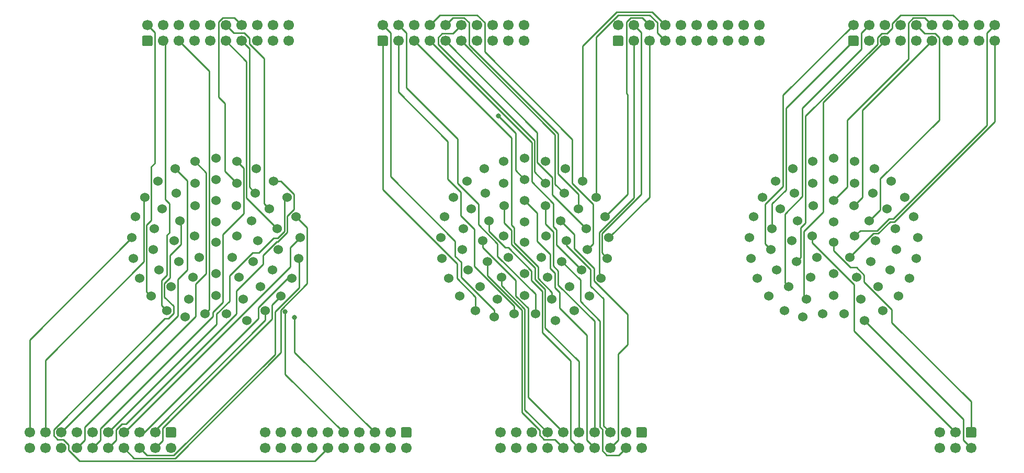
<source format=gbr>
G04 #@! TF.GenerationSoftware,KiCad,Pcbnew,(5.1.6)-1*
G04 #@! TF.CreationDate,2020-08-15T15:38:21+01:00*
G04 #@! TF.ProjectId,Sockets,536f636b-6574-4732-9e6b-696361645f70,rev?*
G04 #@! TF.SameCoordinates,Original*
G04 #@! TF.FileFunction,Copper,L2,Inr*
G04 #@! TF.FilePolarity,Positive*
%FSLAX46Y46*%
G04 Gerber Fmt 4.6, Leading zero omitted, Abs format (unit mm)*
G04 Created by KiCad (PCBNEW (5.1.6)-1) date 2020-08-15 15:38:21*
%MOMM*%
%LPD*%
G01*
G04 APERTURE LIST*
G04 #@! TA.AperFunction,ViaPad*
%ADD10C,1.524000*%
G04 #@! TD*
G04 #@! TA.AperFunction,ViaPad*
%ADD11C,1.700000*%
G04 #@! TD*
G04 #@! TA.AperFunction,ViaPad*
%ADD12C,0.800000*%
G04 #@! TD*
G04 #@! TA.AperFunction,Conductor*
%ADD13C,0.250000*%
G04 #@! TD*
G04 APERTURE END LIST*
D10*
X146670000Y-94080000D03*
X143980000Y-103100000D03*
X144210000Y-96470000D03*
X143220000Y-99750000D03*
X146270000Y-105660000D03*
X150000000Y-105080000D03*
X152670000Y-102390000D03*
X147330000Y-102390000D03*
X146570000Y-98960000D03*
X150000000Y-96650000D03*
X153430000Y-98960000D03*
X142760000Y-107190000D03*
X150000000Y-108590000D03*
X153730000Y-105660000D03*
X139870000Y-101170000D03*
X140040000Y-97760000D03*
X140810000Y-104450000D03*
X145610000Y-109220000D03*
X156020000Y-103100000D03*
X156780000Y-99750000D03*
X155790000Y-96470000D03*
X150000000Y-93220000D03*
X153330000Y-94080000D03*
X159960000Y-97760000D03*
X158660000Y-94590000D03*
X156380000Y-92020000D03*
X150000000Y-89790000D03*
X153380000Y-90370000D03*
X146620000Y-90370000D03*
X143620000Y-92020000D03*
X141340000Y-94590000D03*
X160130000Y-101170000D03*
X143420000Y-88060000D03*
X146600000Y-86820000D03*
X137020000Y-95830000D03*
X140650000Y-90070000D03*
X136390000Y-99240000D03*
X138470000Y-92710000D03*
X136610000Y-102570000D03*
X148270000Y-111530000D03*
X139510000Y-108710000D03*
X142020000Y-111050000D03*
X145020000Y-112100000D03*
X151730000Y-111530000D03*
X154390000Y-109220000D03*
X157240000Y-107190000D03*
X159190000Y-104450000D03*
X137680000Y-105840000D03*
X150000000Y-86360000D03*
X153400000Y-86820000D03*
X156580000Y-88060000D03*
X161530000Y-92710000D03*
X162980000Y-95830000D03*
X159350000Y-90070000D03*
X163610000Y-99240000D03*
X163390000Y-102570000D03*
X162320000Y-105840000D03*
X160490000Y-108710000D03*
X157980000Y-111050000D03*
X154980000Y-112700000D03*
X150000000Y-100000000D03*
X96670000Y-94080000D03*
X93980000Y-103100000D03*
X94210000Y-96470000D03*
X93220000Y-99750000D03*
X96270000Y-105660000D03*
X100000000Y-105080000D03*
X102670000Y-102390000D03*
X97330000Y-102390000D03*
X96570000Y-98960000D03*
X100000000Y-96650000D03*
X103430000Y-98960000D03*
X92760000Y-107190000D03*
X100000000Y-108590000D03*
X103730000Y-105660000D03*
X89870000Y-101170000D03*
X90040000Y-97760000D03*
X90810000Y-104450000D03*
X95610000Y-109220000D03*
X106020000Y-103100000D03*
X106780000Y-99750000D03*
X105790000Y-96470000D03*
X100000000Y-93220000D03*
X103330000Y-94080000D03*
X109960000Y-97760000D03*
X108660000Y-94590000D03*
X106380000Y-92020000D03*
X100000000Y-89790000D03*
X103380000Y-90370000D03*
X96620000Y-90370000D03*
X93620000Y-92020000D03*
X91340000Y-94590000D03*
X110130000Y-101170000D03*
X93420000Y-88060000D03*
X96600000Y-86820000D03*
X87020000Y-95830000D03*
X90650000Y-90070000D03*
X86390000Y-99240000D03*
X88470000Y-92710000D03*
X86610000Y-102570000D03*
X98270000Y-111530000D03*
X89510000Y-108710000D03*
X92020000Y-111050000D03*
X95020000Y-112100000D03*
X101730000Y-111530000D03*
X104390000Y-109220000D03*
X107240000Y-107190000D03*
X109190000Y-104450000D03*
X87680000Y-105840000D03*
X100000000Y-86360000D03*
X103400000Y-86820000D03*
X106580000Y-88060000D03*
X111530000Y-92710000D03*
X112980000Y-95830000D03*
X109350000Y-90070000D03*
X113610000Y-99240000D03*
X113390000Y-102570000D03*
X112320000Y-105840000D03*
X110490000Y-108710000D03*
X107980000Y-111050000D03*
X104980000Y-112700000D03*
X100000000Y-100000000D03*
X196670000Y-94080000D03*
X193980000Y-103100000D03*
X194210000Y-96470000D03*
X193220000Y-99750000D03*
X196270000Y-105660000D03*
X200000000Y-105080000D03*
X202670000Y-102390000D03*
X197330000Y-102390000D03*
X196570000Y-98960000D03*
X200000000Y-96650000D03*
X203430000Y-98960000D03*
X192760000Y-107190000D03*
X200000000Y-108590000D03*
X203730000Y-105660000D03*
X189870000Y-101170000D03*
X190040000Y-97760000D03*
X190810000Y-104450000D03*
X195610000Y-109220000D03*
X206020000Y-103100000D03*
X206780000Y-99750000D03*
X205790000Y-96470000D03*
X200000000Y-93220000D03*
X203330000Y-94080000D03*
X209960000Y-97760000D03*
X208660000Y-94590000D03*
X206380000Y-92020000D03*
X200000000Y-89790000D03*
X203380000Y-90370000D03*
X196620000Y-90370000D03*
X193620000Y-92020000D03*
X191340000Y-94590000D03*
X210130000Y-101170000D03*
X193420000Y-88060000D03*
X196600000Y-86820000D03*
X187020000Y-95830000D03*
X190650000Y-90070000D03*
X186390000Y-99240000D03*
X188470000Y-92710000D03*
X186610000Y-102570000D03*
X198270000Y-111530000D03*
X189510000Y-108710000D03*
X192020000Y-111050000D03*
X195020000Y-112100000D03*
X201730000Y-111530000D03*
X204390000Y-109220000D03*
X207240000Y-107190000D03*
X209190000Y-104450000D03*
X187680000Y-105840000D03*
X200000000Y-86360000D03*
X203400000Y-86820000D03*
X206580000Y-88060000D03*
X211530000Y-92710000D03*
X212980000Y-95830000D03*
X209350000Y-90070000D03*
X213610000Y-99240000D03*
X213390000Y-102570000D03*
X212320000Y-105840000D03*
X210490000Y-108710000D03*
X207980000Y-111050000D03*
X204980000Y-112700000D03*
X200000000Y-100000000D03*
G04 #@! TA.AperFunction,ViaPad*
G36*
G01*
X92110000Y-129960000D02*
X93310000Y-129960000D01*
G75*
G02*
X93560000Y-130210000I0J-250000D01*
G01*
X93560000Y-131410000D01*
G75*
G02*
X93310000Y-131660000I-250000J0D01*
G01*
X92110000Y-131660000D01*
G75*
G02*
X91860000Y-131410000I0J250000D01*
G01*
X91860000Y-130210000D01*
G75*
G02*
X92110000Y-129960000I250000J0D01*
G01*
G37*
G04 #@! TD.AperFunction*
D11*
X90170000Y-130810000D03*
X87630000Y-130810000D03*
X85090000Y-130810000D03*
X82550000Y-130810000D03*
X80010000Y-130810000D03*
X77470000Y-130810000D03*
X74930000Y-130810000D03*
X72390000Y-130810000D03*
X69850000Y-130810000D03*
X92710000Y-133350000D03*
X90170000Y-133350000D03*
X87630000Y-133350000D03*
X85090000Y-133350000D03*
X82550000Y-133350000D03*
X80010000Y-133350000D03*
X77470000Y-133350000D03*
X74930000Y-133350000D03*
X72390000Y-133350000D03*
X69850000Y-133350000D03*
G04 #@! TA.AperFunction,ViaPad*
G36*
G01*
X89500000Y-68160000D02*
X88300000Y-68160000D01*
G75*
G02*
X88050000Y-67910000I0J250000D01*
G01*
X88050000Y-66710000D01*
G75*
G02*
X88300000Y-66460000I250000J0D01*
G01*
X89500000Y-66460000D01*
G75*
G02*
X89750000Y-66710000I0J-250000D01*
G01*
X89750000Y-67910000D01*
G75*
G02*
X89500000Y-68160000I-250000J0D01*
G01*
G37*
G04 #@! TD.AperFunction*
X91440000Y-67310000D03*
X93980000Y-67310000D03*
X96520000Y-67310000D03*
X99060000Y-67310000D03*
X101600000Y-67310000D03*
X104140000Y-67310000D03*
X106680000Y-67310000D03*
X109220000Y-67310000D03*
X111760000Y-67310000D03*
X88900000Y-64770000D03*
X91440000Y-64770000D03*
X93980000Y-64770000D03*
X96520000Y-64770000D03*
X99060000Y-64770000D03*
X101600000Y-64770000D03*
X104140000Y-64770000D03*
X106680000Y-64770000D03*
X109220000Y-64770000D03*
X111760000Y-64770000D03*
X107950000Y-133350000D03*
X110490000Y-133350000D03*
X113030000Y-133350000D03*
X115570000Y-133350000D03*
X118110000Y-133350000D03*
X120650000Y-133350000D03*
X123190000Y-133350000D03*
X125730000Y-133350000D03*
X128270000Y-133350000D03*
X130810000Y-133350000D03*
X107950000Y-130810000D03*
X110490000Y-130810000D03*
X113030000Y-130810000D03*
X115570000Y-130810000D03*
X118110000Y-130810000D03*
X120650000Y-130810000D03*
X123190000Y-130810000D03*
X125730000Y-130810000D03*
X128270000Y-130810000D03*
G04 #@! TA.AperFunction,ViaPad*
G36*
G01*
X130210000Y-129960000D02*
X131410000Y-129960000D01*
G75*
G02*
X131660000Y-130210000I0J-250000D01*
G01*
X131660000Y-131410000D01*
G75*
G02*
X131410000Y-131660000I-250000J0D01*
G01*
X130210000Y-131660000D01*
G75*
G02*
X129960000Y-131410000I0J250000D01*
G01*
X129960000Y-130210000D01*
G75*
G02*
X130210000Y-129960000I250000J0D01*
G01*
G37*
G04 #@! TD.AperFunction*
G04 #@! TA.AperFunction,ViaPad*
G36*
G01*
X165700000Y-68160000D02*
X164500000Y-68160000D01*
G75*
G02*
X164250000Y-67910000I0J250000D01*
G01*
X164250000Y-66710000D01*
G75*
G02*
X164500000Y-66460000I250000J0D01*
G01*
X165700000Y-66460000D01*
G75*
G02*
X165950000Y-66710000I0J-250000D01*
G01*
X165950000Y-67910000D01*
G75*
G02*
X165700000Y-68160000I-250000J0D01*
G01*
G37*
G04 #@! TD.AperFunction*
X167640000Y-67310000D03*
X170180000Y-67310000D03*
X172720000Y-67310000D03*
X175260000Y-67310000D03*
X177800000Y-67310000D03*
X180340000Y-67310000D03*
X182880000Y-67310000D03*
X185420000Y-67310000D03*
X187960000Y-67310000D03*
X165100000Y-64770000D03*
X167640000Y-64770000D03*
X170180000Y-64770000D03*
X172720000Y-64770000D03*
X175260000Y-64770000D03*
X177800000Y-64770000D03*
X180340000Y-64770000D03*
X182880000Y-64770000D03*
X185420000Y-64770000D03*
X187960000Y-64770000D03*
X149860000Y-64770000D03*
X147320000Y-64770000D03*
X144780000Y-64770000D03*
X142240000Y-64770000D03*
X139700000Y-64770000D03*
X137160000Y-64770000D03*
X134620000Y-64770000D03*
X132080000Y-64770000D03*
X129540000Y-64770000D03*
X127000000Y-64770000D03*
X149860000Y-67310000D03*
X147320000Y-67310000D03*
X144780000Y-67310000D03*
X142240000Y-67310000D03*
X139700000Y-67310000D03*
X137160000Y-67310000D03*
X134620000Y-67310000D03*
X132080000Y-67310000D03*
X129540000Y-67310000D03*
G04 #@! TA.AperFunction,ViaPad*
G36*
G01*
X127600000Y-68160000D02*
X126400000Y-68160000D01*
G75*
G02*
X126150000Y-67910000I0J250000D01*
G01*
X126150000Y-66710000D01*
G75*
G02*
X126400000Y-66460000I250000J0D01*
G01*
X127600000Y-66460000D01*
G75*
G02*
X127850000Y-66710000I0J-250000D01*
G01*
X127850000Y-67910000D01*
G75*
G02*
X127600000Y-68160000I-250000J0D01*
G01*
G37*
G04 #@! TD.AperFunction*
G04 #@! TA.AperFunction,ViaPad*
G36*
G01*
X168310000Y-129960000D02*
X169510000Y-129960000D01*
G75*
G02*
X169760000Y-130210000I0J-250000D01*
G01*
X169760000Y-131410000D01*
G75*
G02*
X169510000Y-131660000I-250000J0D01*
G01*
X168310000Y-131660000D01*
G75*
G02*
X168060000Y-131410000I0J250000D01*
G01*
X168060000Y-130210000D01*
G75*
G02*
X168310000Y-129960000I250000J0D01*
G01*
G37*
G04 #@! TD.AperFunction*
X166370000Y-130810000D03*
X163830000Y-130810000D03*
X161290000Y-130810000D03*
X158750000Y-130810000D03*
X156210000Y-130810000D03*
X153670000Y-130810000D03*
X151130000Y-130810000D03*
X148590000Y-130810000D03*
X146050000Y-130810000D03*
X168910000Y-133350000D03*
X166370000Y-133350000D03*
X163830000Y-133350000D03*
X161290000Y-133350000D03*
X158750000Y-133350000D03*
X156210000Y-133350000D03*
X153670000Y-133350000D03*
X151130000Y-133350000D03*
X148590000Y-133350000D03*
X146050000Y-133350000D03*
X226060000Y-64770000D03*
X223520000Y-64770000D03*
X220980000Y-64770000D03*
X218440000Y-64770000D03*
X215900000Y-64770000D03*
X213360000Y-64770000D03*
X210820000Y-64770000D03*
X208280000Y-64770000D03*
X205740000Y-64770000D03*
X203200000Y-64770000D03*
X226060000Y-67310000D03*
X223520000Y-67310000D03*
X220980000Y-67310000D03*
X218440000Y-67310000D03*
X215900000Y-67310000D03*
X213360000Y-67310000D03*
X210820000Y-67310000D03*
X208280000Y-67310000D03*
X205740000Y-67310000D03*
G04 #@! TA.AperFunction,ViaPad*
G36*
G01*
X203800000Y-68160000D02*
X202600000Y-68160000D01*
G75*
G02*
X202350000Y-67910000I0J250000D01*
G01*
X202350000Y-66710000D01*
G75*
G02*
X202600000Y-66460000I250000J0D01*
G01*
X203800000Y-66460000D01*
G75*
G02*
X204050000Y-66710000I0J-250000D01*
G01*
X204050000Y-67910000D01*
G75*
G02*
X203800000Y-68160000I-250000J0D01*
G01*
G37*
G04 #@! TD.AperFunction*
G04 #@! TA.AperFunction,ViaPad*
G36*
G01*
X221650000Y-129960000D02*
X222850000Y-129960000D01*
G75*
G02*
X223100000Y-130210000I0J-250000D01*
G01*
X223100000Y-131410000D01*
G75*
G02*
X222850000Y-131660000I-250000J0D01*
G01*
X221650000Y-131660000D01*
G75*
G02*
X221400000Y-131410000I0J250000D01*
G01*
X221400000Y-130210000D01*
G75*
G02*
X221650000Y-129960000I250000J0D01*
G01*
G37*
G04 #@! TD.AperFunction*
X219710000Y-130810000D03*
X217170000Y-130810000D03*
X222250000Y-133350000D03*
X219710000Y-133350000D03*
X217170000Y-133350000D03*
D12*
X111209700Y-111235800D03*
X112747400Y-112121200D03*
X145749400Y-79452700D03*
D13*
X90170000Y-130810000D02*
X90170000Y-130408900D01*
X90170000Y-130408900D02*
X107980000Y-112598900D01*
X107980000Y-112598900D02*
X107980000Y-111050000D01*
X110490000Y-108710000D02*
X109105900Y-110094100D01*
X109105900Y-110094100D02*
X109105900Y-112383400D01*
X109105900Y-112383400D02*
X91386800Y-130102500D01*
X91386800Y-130102500D02*
X91386800Y-132133200D01*
X91386800Y-132133200D02*
X90170000Y-133350000D01*
X87630000Y-130810000D02*
X88407900Y-130810000D01*
X88407900Y-130810000D02*
X106886900Y-112331000D01*
X106886900Y-112331000D02*
X106886900Y-110583800D01*
X106886900Y-110583800D02*
X111630700Y-105840000D01*
X111630700Y-105840000D02*
X112320000Y-105840000D01*
X113390000Y-102570000D02*
X113463700Y-102643700D01*
X113463700Y-102643700D02*
X113463700Y-107319200D01*
X113463700Y-107319200D02*
X109556300Y-111226600D01*
X109556300Y-111226600D02*
X109556300Y-118166000D01*
X109556300Y-118166000D02*
X93193000Y-134529300D01*
X93193000Y-134529300D02*
X88809300Y-134529300D01*
X88809300Y-134529300D02*
X87630000Y-133350000D01*
X85090000Y-130810000D02*
X85180300Y-130810000D01*
X85180300Y-130810000D02*
X112002500Y-103987800D01*
X112002500Y-103987800D02*
X112002500Y-100847500D01*
X112002500Y-100847500D02*
X113610000Y-99240000D01*
X82550000Y-133350000D02*
X83820000Y-132080000D01*
X83820000Y-132080000D02*
X83820000Y-130377200D01*
X83820000Y-130377200D02*
X84769400Y-129427800D01*
X84769400Y-129427800D02*
X85439500Y-129427800D01*
X85439500Y-129427800D02*
X103302600Y-111564700D01*
X103302600Y-111564700D02*
X103302600Y-107880500D01*
X103302600Y-107880500D02*
X107621900Y-103561200D01*
X107621900Y-103561200D02*
X107621900Y-102063200D01*
X107621900Y-102063200D02*
X109799400Y-99885700D01*
X109799400Y-99885700D02*
X110038400Y-99885700D01*
X110038400Y-99885700D02*
X111552100Y-98372000D01*
X111552100Y-98372000D02*
X111552100Y-95711200D01*
X111552100Y-95711200D02*
X112630500Y-94632800D01*
X112630500Y-94632800D02*
X112630500Y-92203300D01*
X112630500Y-92203300D02*
X110497200Y-90070000D01*
X110497200Y-90070000D02*
X109350000Y-90070000D01*
X112980000Y-95830000D02*
X114726700Y-97576700D01*
X114726700Y-97576700D02*
X114726700Y-106693100D01*
X114726700Y-106693100D02*
X110484400Y-110935400D01*
X110484400Y-110935400D02*
X110484400Y-117874800D01*
X110484400Y-117874800D02*
X93375700Y-134983500D01*
X93375700Y-134983500D02*
X86723500Y-134983500D01*
X86723500Y-134983500D02*
X85090000Y-133350000D01*
X111530000Y-92710000D02*
X111079800Y-93160200D01*
X111079800Y-93160200D02*
X111079800Y-98207400D01*
X111079800Y-98207400D02*
X110011100Y-99276100D01*
X110011100Y-99276100D02*
X109374300Y-99276100D01*
X109374300Y-99276100D02*
X106985100Y-101665300D01*
X106985100Y-101665300D02*
X105912900Y-101665300D01*
X105912900Y-101665300D02*
X102178500Y-105399700D01*
X102178500Y-105399700D02*
X102178500Y-109534300D01*
X102178500Y-109534300D02*
X100122000Y-111590800D01*
X100122000Y-111590800D02*
X100122000Y-113238000D01*
X100122000Y-113238000D02*
X82550000Y-130810000D01*
X103400000Y-86820000D02*
X104495200Y-87915200D01*
X104495200Y-87915200D02*
X104495200Y-95274900D01*
X104495200Y-95274900D02*
X101107500Y-98662600D01*
X101107500Y-98662600D02*
X101107500Y-109743400D01*
X101107500Y-109743400D02*
X99512400Y-111338500D01*
X99512400Y-111338500D02*
X99512400Y-111975400D01*
X99512400Y-111975400D02*
X81280000Y-130207800D01*
X81280000Y-130207800D02*
X81280000Y-132080000D01*
X81280000Y-132080000D02*
X80010000Y-133350000D01*
X91440000Y-67310000D02*
X91799700Y-67669700D01*
X91799700Y-67669700D02*
X91799700Y-93022400D01*
X91799700Y-93022400D02*
X92442000Y-93664700D01*
X92442000Y-93664700D02*
X92442000Y-98412800D01*
X92442000Y-98412800D02*
X92084100Y-98770700D01*
X92084100Y-98770700D02*
X92084100Y-105274800D01*
X92084100Y-105274800D02*
X91217800Y-106141100D01*
X91217800Y-106141100D02*
X91217800Y-110247800D01*
X91217800Y-110247800D02*
X92020000Y-111050000D01*
X88900000Y-64770000D02*
X90094500Y-65964500D01*
X90094500Y-65964500D02*
X90094500Y-87157500D01*
X90094500Y-87157500D02*
X89557500Y-87694500D01*
X89557500Y-87694500D02*
X89557500Y-96395000D01*
X89557500Y-96395000D02*
X88782700Y-97169800D01*
X88782700Y-97169800D02*
X88782700Y-107982700D01*
X88782700Y-107982700D02*
X89510000Y-108710000D01*
X93980000Y-67310000D02*
X98898400Y-72228400D01*
X98898400Y-72228400D02*
X98898400Y-110901600D01*
X98898400Y-110901600D02*
X98270000Y-111530000D01*
X88470000Y-92710000D02*
X88332200Y-92847800D01*
X88332200Y-92847800D02*
X88332200Y-103119500D01*
X88332200Y-103119500D02*
X72390000Y-119061700D01*
X72390000Y-119061700D02*
X72390000Y-130810000D01*
X69850000Y-130810000D02*
X69850000Y-115780000D01*
X69850000Y-115780000D02*
X86390000Y-99240000D01*
X96600000Y-86820000D02*
X98448000Y-88668000D01*
X98448000Y-88668000D02*
X98448000Y-105024700D01*
X98448000Y-105024700D02*
X96697400Y-106775300D01*
X96697400Y-106775300D02*
X96697400Y-111960500D01*
X96697400Y-111960500D02*
X78740000Y-129917900D01*
X78740000Y-129917900D02*
X78740000Y-132080000D01*
X78740000Y-132080000D02*
X77470000Y-133350000D01*
X74930000Y-130810000D02*
X93847400Y-111892600D01*
X93847400Y-111892600D02*
X93847400Y-105958200D01*
X93847400Y-105958200D02*
X95326300Y-104479300D01*
X95326300Y-104479300D02*
X95326300Y-89966300D01*
X95326300Y-89966300D02*
X93420000Y-88060000D01*
X104140000Y-64770000D02*
X102964400Y-63594400D01*
X102964400Y-63594400D02*
X101111000Y-63594400D01*
X101111000Y-63594400D02*
X100424300Y-64281100D01*
X100424300Y-64281100D02*
X100424300Y-76425300D01*
X100424300Y-76425300D02*
X101470000Y-77471000D01*
X101470000Y-77471000D02*
X101470000Y-88460000D01*
X101470000Y-88460000D02*
X103380000Y-90370000D01*
X104140000Y-67310000D02*
X105396000Y-68566000D01*
X105396000Y-68566000D02*
X105396000Y-91036000D01*
X105396000Y-91036000D02*
X106380000Y-92020000D01*
X101600000Y-64770000D02*
X102884200Y-66054200D01*
X102884200Y-66054200D02*
X104578000Y-66054200D01*
X104578000Y-66054200D02*
X105396000Y-66872200D01*
X105396000Y-66872200D02*
X105396000Y-67780200D01*
X105396000Y-67780200D02*
X107773700Y-70157900D01*
X107773700Y-70157900D02*
X107773700Y-93703700D01*
X107773700Y-93703700D02*
X108660000Y-94590000D01*
X101600000Y-67310000D02*
X104945600Y-70655600D01*
X104945600Y-70655600D02*
X104945600Y-92745600D01*
X104945600Y-92745600D02*
X109960000Y-97760000D01*
X120650000Y-130810000D02*
X111209700Y-121369700D01*
X111209700Y-121369700D02*
X111209700Y-111235800D01*
X125730000Y-130810000D02*
X112747400Y-117827400D01*
X112747400Y-117827400D02*
X112747400Y-112121200D01*
X118110000Y-133350000D02*
X116019900Y-135440100D01*
X116019900Y-135440100D02*
X77897700Y-135440100D01*
X77897700Y-135440100D02*
X76105400Y-133647800D01*
X76105400Y-133647800D02*
X76105400Y-132824400D01*
X76105400Y-132824400D02*
X75266400Y-131985400D01*
X75266400Y-131985400D02*
X74404400Y-131985400D01*
X74404400Y-131985400D02*
X73753000Y-131334000D01*
X73753000Y-131334000D02*
X73753000Y-130322500D01*
X73753000Y-130322500D02*
X91752300Y-112323200D01*
X91752300Y-112323200D02*
X92305600Y-112323200D01*
X92305600Y-112323200D02*
X93124000Y-111504800D01*
X93124000Y-111504800D02*
X93124000Y-110318900D01*
X93124000Y-110318900D02*
X91668200Y-108863100D01*
X91668200Y-108863100D02*
X91668200Y-106630900D01*
X91668200Y-106630900D02*
X92554300Y-105744800D01*
X92554300Y-105744800D02*
X92554300Y-102122000D01*
X92554300Y-102122000D02*
X94368000Y-100308300D01*
X94368000Y-100308300D02*
X94368000Y-96628000D01*
X94368000Y-96628000D02*
X94210000Y-96470000D01*
X146670000Y-94080000D02*
X146670000Y-96838400D01*
X146670000Y-96838400D02*
X147845200Y-98013600D01*
X147845200Y-98013600D02*
X147845200Y-100275100D01*
X147845200Y-100275100D02*
X151695000Y-104124900D01*
X151695000Y-104124900D02*
X151695000Y-106010200D01*
X151695000Y-106010200D02*
X153271100Y-107586300D01*
X153271100Y-107586300D02*
X153271100Y-113829000D01*
X153271100Y-113829000D02*
X158750000Y-119307900D01*
X158750000Y-119307900D02*
X158750000Y-130810000D01*
X156210000Y-133350000D02*
X154845400Y-131985400D01*
X154845400Y-131985400D02*
X153144400Y-131985400D01*
X153144400Y-131985400D02*
X152400000Y-131241000D01*
X152400000Y-131241000D02*
X152400000Y-130417700D01*
X152400000Y-130417700D02*
X149555800Y-127573500D01*
X149555800Y-127573500D02*
X149555800Y-110957300D01*
X149555800Y-110957300D02*
X143980000Y-105381500D01*
X143980000Y-105381500D02*
X143980000Y-103100000D01*
X144210000Y-96470000D02*
X144210000Y-98182700D01*
X144210000Y-98182700D02*
X146861600Y-100834300D01*
X146861600Y-100834300D02*
X147312100Y-100834300D01*
X147312100Y-100834300D02*
X151087300Y-104609500D01*
X151087300Y-104609500D02*
X151087300Y-106167300D01*
X151087300Y-106167300D02*
X152820600Y-107900600D01*
X152820600Y-107900600D02*
X152820600Y-114652300D01*
X152820600Y-114652300D02*
X157386000Y-119217700D01*
X157386000Y-119217700D02*
X157386000Y-131986000D01*
X157386000Y-131986000D02*
X158750000Y-133350000D01*
X156210000Y-130810000D02*
X150549600Y-125149600D01*
X150549600Y-125149600D02*
X150549600Y-110677300D01*
X150549600Y-110677300D02*
X148525400Y-108653100D01*
X148525400Y-108653100D02*
X148525400Y-106107500D01*
X148525400Y-106107500D02*
X143220000Y-100802100D01*
X143220000Y-100802100D02*
X143220000Y-99750000D01*
X146270000Y-105660000D02*
X146270000Y-107034600D01*
X146270000Y-107034600D02*
X150006100Y-110770700D01*
X150006100Y-110770700D02*
X150006100Y-127146100D01*
X150006100Y-127146100D02*
X153670000Y-130810000D01*
X219710000Y-130810000D02*
X203302600Y-114402600D01*
X203302600Y-114402600D02*
X203302600Y-106824700D01*
X203302600Y-106824700D02*
X196570000Y-100092100D01*
X196570000Y-100092100D02*
X196570000Y-98960000D01*
X200000000Y-100000000D02*
X200000000Y-101320400D01*
X200000000Y-101320400D02*
X202751500Y-104071900D01*
X202751500Y-104071900D02*
X203714200Y-104071900D01*
X203714200Y-104071900D02*
X204932600Y-105290300D01*
X204932600Y-105290300D02*
X204932600Y-106420500D01*
X204932600Y-106420500D02*
X209402600Y-110890500D01*
X209402600Y-110890500D02*
X209402600Y-112974600D01*
X209402600Y-112974600D02*
X222250000Y-125822000D01*
X222250000Y-125822000D02*
X222250000Y-130810000D01*
X166370000Y-133350000D02*
X165190700Y-134529300D01*
X165190700Y-134529300D02*
X163299800Y-134529300D01*
X163299800Y-134529300D02*
X162560000Y-133789500D01*
X162560000Y-133789500D02*
X162560000Y-130297300D01*
X162560000Y-130297300D02*
X162191200Y-129928500D01*
X162191200Y-129928500D02*
X162191200Y-112720700D01*
X162191200Y-112720700D02*
X159023300Y-109552800D01*
X159023300Y-109552800D02*
X159023300Y-106103300D01*
X159023300Y-106103300D02*
X156020000Y-103100000D01*
X163830000Y-130810000D02*
X162773500Y-129753500D01*
X162773500Y-129753500D02*
X162773500Y-109136500D01*
X162773500Y-109136500D02*
X160677200Y-107040200D01*
X160677200Y-107040200D02*
X160677200Y-104375900D01*
X160677200Y-104375900D02*
X156780000Y-100478700D01*
X156780000Y-100478700D02*
X156780000Y-99750000D01*
X163830000Y-133350000D02*
X165106900Y-132073100D01*
X165106900Y-132073100D02*
X165106900Y-118054700D01*
X165106900Y-118054700D02*
X166625400Y-116536200D01*
X166625400Y-116536200D02*
X166625400Y-111684100D01*
X166625400Y-111684100D02*
X161208800Y-106267500D01*
X161208800Y-106267500D02*
X161208800Y-104178800D01*
X161208800Y-104178800D02*
X157982600Y-100952600D01*
X157982600Y-100952600D02*
X157982600Y-98662600D01*
X157982600Y-98662600D02*
X155790000Y-96470000D01*
X161290000Y-133350000D02*
X160020000Y-132080000D01*
X160020000Y-132080000D02*
X160020000Y-115057800D01*
X160020000Y-115057800D02*
X155627200Y-110665000D01*
X155627200Y-110665000D02*
X155627200Y-108132600D01*
X155627200Y-108132600D02*
X154853000Y-107358400D01*
X154853000Y-107358400D02*
X154853000Y-104943400D01*
X154853000Y-104943400D02*
X154136400Y-104226800D01*
X154136400Y-104226800D02*
X154136400Y-101877200D01*
X154136400Y-101877200D02*
X152025400Y-99766200D01*
X152025400Y-99766200D02*
X152025400Y-95245400D01*
X152025400Y-95245400D02*
X150000000Y-93220000D01*
X161290000Y-130810000D02*
X161290000Y-112777800D01*
X161290000Y-112777800D02*
X155382900Y-106870700D01*
X155382900Y-106870700D02*
X155382900Y-104611100D01*
X155382900Y-104611100D02*
X154586800Y-103815000D01*
X154586800Y-103815000D02*
X154586800Y-98243400D01*
X154586800Y-98243400D02*
X153330000Y-96986600D01*
X153330000Y-96986600D02*
X153330000Y-94080000D01*
X137160000Y-67310000D02*
X152038500Y-82188500D01*
X152038500Y-82188500D02*
X152038500Y-86996900D01*
X152038500Y-86996900D02*
X154474700Y-89433100D01*
X154474700Y-89433100D02*
X154474700Y-92274700D01*
X154474700Y-92274700D02*
X159960000Y-97760000D01*
X137160000Y-64770000D02*
X138370100Y-63559900D01*
X138370100Y-63559900D02*
X140170800Y-63559900D01*
X140170800Y-63559900D02*
X140970000Y-64359100D01*
X140970000Y-64359100D02*
X140970000Y-67943100D01*
X140970000Y-67943100D02*
X155375500Y-82348600D01*
X155375500Y-82348600D02*
X155375500Y-88878600D01*
X155375500Y-88878600D02*
X158660000Y-92163100D01*
X158660000Y-92163100D02*
X158660000Y-94590000D01*
X139700000Y-67310000D02*
X154925100Y-82535100D01*
X154925100Y-82535100D02*
X154925100Y-90565100D01*
X154925100Y-90565100D02*
X156380000Y-92020000D01*
X145749400Y-79452700D02*
X148530000Y-82233300D01*
X148530000Y-82233300D02*
X148530000Y-88320000D01*
X148530000Y-88320000D02*
X150000000Y-89790000D01*
X153380000Y-90370000D02*
X151588200Y-88578200D01*
X151588200Y-88578200D02*
X151588200Y-83456000D01*
X151588200Y-83456000D02*
X135983000Y-67850800D01*
X135983000Y-67850800D02*
X135983000Y-66786000D01*
X135983000Y-66786000D02*
X136634400Y-66134600D01*
X136634400Y-66134600D02*
X138335400Y-66134600D01*
X138335400Y-66134600D02*
X139700000Y-64770000D01*
X134620000Y-64770000D02*
X136280500Y-63109500D01*
X136280500Y-63109500D02*
X142284000Y-63109500D01*
X142284000Y-63109500D02*
X143510000Y-64335500D01*
X143510000Y-64335500D02*
X143510000Y-69083800D01*
X143510000Y-69083800D02*
X157712500Y-83286300D01*
X157712500Y-83286300D02*
X157712500Y-90430300D01*
X157712500Y-90430300D02*
X161052900Y-93770700D01*
X161052900Y-93770700D02*
X161052900Y-100247100D01*
X161052900Y-100247100D02*
X160130000Y-101170000D01*
X129540000Y-67310000D02*
X129540000Y-75620800D01*
X129540000Y-75620800D02*
X137518000Y-83598800D01*
X137518000Y-83598800D02*
X137518000Y-89730800D01*
X137518000Y-89730800D02*
X139617900Y-91830700D01*
X139617900Y-91830700D02*
X139617900Y-95633800D01*
X139617900Y-95633800D02*
X141851200Y-97867100D01*
X141851200Y-97867100D02*
X141851200Y-103889600D01*
X141851200Y-103889600D02*
X148270000Y-110308400D01*
X148270000Y-110308400D02*
X148270000Y-111530000D01*
X127000000Y-67310000D02*
X127000000Y-91422000D01*
X127000000Y-91422000D02*
X139025800Y-103447800D01*
X139025800Y-103447800D02*
X139025800Y-105822700D01*
X139025800Y-105822700D02*
X142020000Y-108816900D01*
X142020000Y-108816900D02*
X142020000Y-111050000D01*
X127000000Y-64770000D02*
X128270500Y-66040500D01*
X128270500Y-66040500D02*
X128270500Y-89319900D01*
X128270500Y-89319900D02*
X138737900Y-99787300D01*
X138737900Y-99787300D02*
X138737900Y-102257400D01*
X138737900Y-102257400D02*
X139701200Y-103220700D01*
X139701200Y-103220700D02*
X139701200Y-105681900D01*
X139701200Y-105681900D02*
X145020000Y-111000700D01*
X145020000Y-111000700D02*
X145020000Y-112100000D01*
X129540000Y-64770000D02*
X130810000Y-66040000D01*
X130810000Y-66040000D02*
X130810000Y-74871600D01*
X130810000Y-74871600D02*
X139111900Y-83173500D01*
X139111900Y-83173500D02*
X139111900Y-90376200D01*
X139111900Y-90376200D02*
X142493200Y-93757500D01*
X142493200Y-93757500D02*
X142493200Y-97102800D01*
X142493200Y-97102800D02*
X145590700Y-100200300D01*
X145590700Y-100200300D02*
X145590700Y-102215900D01*
X145590700Y-102215900D02*
X151730000Y-108355200D01*
X151730000Y-108355200D02*
X151730000Y-111530000D01*
X154390000Y-109220000D02*
X154390000Y-108068300D01*
X154390000Y-108068300D02*
X152145300Y-105823600D01*
X152145300Y-105823600D02*
X152145300Y-103938300D01*
X152145300Y-103938300D02*
X148295500Y-100088500D01*
X148295500Y-100088500D02*
X148295500Y-97601700D01*
X148295500Y-97601700D02*
X147845200Y-97151400D01*
X147845200Y-97151400D02*
X147845200Y-83075200D01*
X147845200Y-83075200D02*
X132080000Y-67310000D01*
X159190000Y-104450000D02*
X155116700Y-100376700D01*
X155116700Y-100376700D02*
X155116700Y-97911100D01*
X155116700Y-97911100D02*
X154666400Y-97460800D01*
X154666400Y-97460800D02*
X154666400Y-93707600D01*
X154666400Y-93707600D02*
X151137800Y-90179000D01*
X151137800Y-90179000D02*
X151137800Y-83815200D01*
X151137800Y-83815200D02*
X134632600Y-67310000D01*
X134632600Y-67310000D02*
X134620000Y-67310000D01*
X161530000Y-92710000D02*
X161530000Y-66677900D01*
X161530000Y-66677900D02*
X165098800Y-63109100D01*
X165098800Y-63109100D02*
X170202100Y-63109100D01*
X170202100Y-63109100D02*
X171450000Y-64357000D01*
X171450000Y-64357000D02*
X171450000Y-66040000D01*
X171450000Y-66040000D02*
X172720000Y-67310000D01*
X162980000Y-95830000D02*
X166634400Y-92175600D01*
X166634400Y-92175600D02*
X166634400Y-76013700D01*
X166634400Y-76013700D02*
X166464600Y-75843900D01*
X166464600Y-75843900D02*
X166464600Y-64253400D01*
X166464600Y-64253400D02*
X167133700Y-63584300D01*
X167133700Y-63584300D02*
X168994300Y-63584300D01*
X168994300Y-63584300D02*
X170180000Y-64770000D01*
X172720000Y-64770000D02*
X170606200Y-62656200D01*
X170606200Y-62656200D02*
X164855000Y-62656200D01*
X164855000Y-62656200D02*
X159350000Y-68161200D01*
X159350000Y-68161200D02*
X159350000Y-90070000D01*
X170180000Y-67310000D02*
X170180000Y-92670000D01*
X170180000Y-92670000D02*
X163610000Y-99240000D01*
X167640000Y-64770000D02*
X168815700Y-65945700D01*
X168815700Y-65945700D02*
X168815700Y-92206800D01*
X168815700Y-92206800D02*
X162507500Y-98515000D01*
X162507500Y-98515000D02*
X162507500Y-101687500D01*
X162507500Y-101687500D02*
X163390000Y-102570000D01*
X167640000Y-67310000D02*
X167640000Y-92745600D01*
X167640000Y-92745600D02*
X162057100Y-98328500D01*
X162057100Y-98328500D02*
X162057100Y-105577100D01*
X162057100Y-105577100D02*
X162320000Y-105840000D01*
X220980000Y-64770000D02*
X219316500Y-63106500D01*
X219316500Y-63106500D02*
X210821100Y-63106500D01*
X210821100Y-63106500D02*
X209455400Y-64472200D01*
X209455400Y-64472200D02*
X209455400Y-65295600D01*
X209455400Y-65295600D02*
X208616400Y-66134600D01*
X208616400Y-66134600D02*
X207790600Y-66134600D01*
X207790600Y-66134600D02*
X207104600Y-66820600D01*
X207104600Y-66820600D02*
X207104600Y-67848500D01*
X207104600Y-67848500D02*
X195478000Y-79475100D01*
X195478000Y-79475100D02*
X195478000Y-96800300D01*
X195478000Y-96800300D02*
X194673500Y-97604800D01*
X194673500Y-97604800D02*
X194673500Y-102406500D01*
X194673500Y-102406500D02*
X193980000Y-103100000D01*
X202670000Y-102390000D02*
X202670000Y-102310000D01*
X202670000Y-102310000D02*
X206442500Y-98537500D01*
X206442500Y-98537500D02*
X207229100Y-98537500D01*
X207229100Y-98537500D02*
X209133100Y-96633500D01*
X209133100Y-96633500D02*
X209811800Y-96633500D01*
X209811800Y-96633500D02*
X226060000Y-80385300D01*
X226060000Y-80385300D02*
X226060000Y-67310000D01*
X203430000Y-98960000D02*
X204302800Y-98087200D01*
X204302800Y-98087200D02*
X207042400Y-98087200D01*
X207042400Y-98087200D02*
X209001700Y-96127900D01*
X209001700Y-96127900D02*
X209680400Y-96127900D01*
X209680400Y-96127900D02*
X224790000Y-81018300D01*
X224790000Y-81018300D02*
X224790000Y-66040000D01*
X224790000Y-66040000D02*
X226060000Y-64770000D01*
X205740000Y-64770000D02*
X204523200Y-65986800D01*
X204523200Y-65986800D02*
X204523200Y-68609000D01*
X204523200Y-68609000D02*
X194922600Y-78209600D01*
X194922600Y-78209600D02*
X194922600Y-92545300D01*
X194922600Y-92545300D02*
X192102000Y-95365900D01*
X192102000Y-95365900D02*
X192102000Y-106532000D01*
X192102000Y-106532000D02*
X192760000Y-107190000D01*
X203200000Y-64770000D02*
X191837200Y-76132800D01*
X191837200Y-76132800D02*
X191837200Y-90880700D01*
X191837200Y-90880700D02*
X188937500Y-93780400D01*
X188937500Y-93780400D02*
X188937500Y-100237500D01*
X188937500Y-100237500D02*
X189870000Y-101170000D01*
X190040000Y-97760000D02*
X190040000Y-93711000D01*
X190040000Y-93711000D02*
X192287600Y-91463400D01*
X192287600Y-91463400D02*
X192287600Y-78222400D01*
X192287600Y-78222400D02*
X203200000Y-67310000D01*
X195610000Y-109220000D02*
X195171300Y-108781300D01*
X195171300Y-108781300D02*
X195171300Y-98157500D01*
X195171300Y-98157500D02*
X198281200Y-95047600D01*
X198281200Y-95047600D02*
X198281200Y-77308800D01*
X198281200Y-77308800D02*
X208280000Y-67310000D01*
X213360000Y-64770000D02*
X214724600Y-66134600D01*
X214724600Y-66134600D02*
X216425600Y-66134600D01*
X216425600Y-66134600D02*
X217076900Y-66785900D01*
X217076900Y-66785900D02*
X217076900Y-80115700D01*
X217076900Y-80115700D02*
X207572600Y-89620000D01*
X207572600Y-89620000D02*
X207572600Y-94687400D01*
X207572600Y-94687400D02*
X205790000Y-96470000D01*
X200000000Y-93220000D02*
X202242600Y-90977400D01*
X202242600Y-90977400D02*
X202242600Y-80115000D01*
X202242600Y-80115000D02*
X212090000Y-70267600D01*
X212090000Y-70267600D02*
X212090000Y-64377100D01*
X212090000Y-64377100D02*
X212874700Y-63592400D01*
X212874700Y-63592400D02*
X214722400Y-63592400D01*
X214722400Y-63592400D02*
X215900000Y-64770000D01*
X215900000Y-67310000D02*
X204681400Y-78528600D01*
X204681400Y-78528600D02*
X204681400Y-92728600D01*
X204681400Y-92728600D02*
X203330000Y-94080000D01*
X222250000Y-133350000D02*
X220979500Y-132079500D01*
X220979500Y-132079500D02*
X220979500Y-128699500D01*
X220979500Y-128699500D02*
X204980000Y-112700000D01*
M02*

</source>
